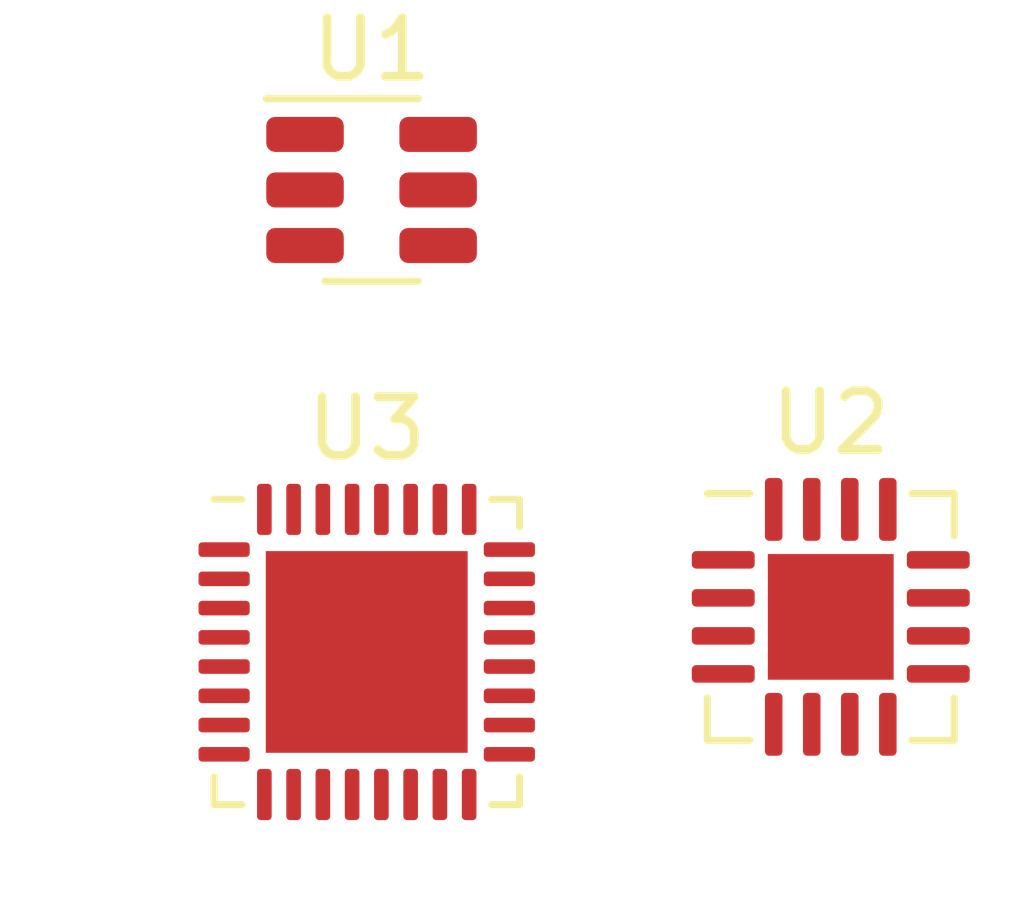
<source format=kicad_pcb>
(kicad_pcb (version 20221018) (generator pcbnew)
  (layers (0 "F.Cu" signal) (1 "In1.Cu" power) (2 "In2.Cu" signal) (31 "B.Cu" signal) (34 "B.Paste" user) (35 "F.Paste" user) (36 "B.SilkS" user "B.Silkscreen") (37 "F.SilkS" user "F.Silkscreen") (38 "B.Mask" user) (39 "F.Mask" user) (44 "Edge.Cuts" user))
  (net 0 "")
  (net 12 "Net-(U2-IN-Pad1)")
  (net 20 "Net-(U2-GND-Pad10)")
  (net 27 "+2V8")
  (net 28 "/SDA_2")
  (net 29 "/~{RST}")
  (net 30 "/COMP_3")
  (net 31 "/COMP_1")
  (net 32 "/V_BAT")
  (net 33 "/COMP_2")
  (net 34 "/PWM_R")
  (net 35 "/V_USB")
  (net 36 "/COMP_4")
  (net 37 "GND")
  (net 38 "+2.8VA")
  (net 39 "/SCL_3")
  (net 40 "/SCL_2")
  (net 41 "/D+")
  (net 42 "/D-")
  (net 43 "/SWDIO")
  (net 44 "/SWCLK")
  (net 45 "/SCL_1")
  (net 46 "/PWM_L")
  (net 47 "/CC2")
  (net 48 "/SDA_3")
  (net 49 "/CC1")
  (net 50 "/SDA_1")
  (footprint "Package_TO_SOT_SMD:SOT-23-6" (layer "F.Cu") (at 114.0825 76.36)
    (fp_text reference "U1" (at 0 -2.4) (layer "F.SilkS"))
    (fp_text value "AP9101CK6")
    (fp_line (start 0 -1.56) (end -1.8 -1.56) (stroke (width 0.12)) (layer "F.SilkS"))
    (fp_line (start 0 -1.56) (end 0.8 -1.56) (stroke (width 0.12)) (layer "F.SilkS"))
    (fp_line (start 0 1.56) (end -0.8 1.56) (stroke (width 0.12)) (layer "F.SilkS"))
    (fp_line (start 0 1.56) (end 0.8 1.56) (stroke (width 0.12)) (layer "F.SilkS"))
    (pad "1" smd roundrect (at -1.1375 -0.95) (size 1.325 0.6) (layers "F.Cu" "F.Paste" "F.Mask"))
    (pad "2" smd roundrect (at -1.1375 0) (size 1.325 0.6) (layers "F.Cu" "F.Paste" "F.Mask"))
    (pad "3" smd roundrect (at -1.1375 0.95) (size 1.325 0.6) (layers "F.Cu" "F.Paste" "F.Mask"))
    (pad "4" smd roundrect (at 1.1375 0.95) (size 1.325 0.6) (layers "F.Cu" "F.Paste" "F.Mask"))
    (pad "5" smd roundrect (at 1.1375 0) (size 1.325 0.6) (layers "F.Cu" "F.Paste" "F.Mask"))
    (pad "6" smd roundrect (at 1.1375 -0.95) (size 1.325 0.6) (layers "F.Cu" "F.Paste" "F.Mask"))
  )
  (footprint "Package_DFN_QFN:QFN-16-1EP_4x4mm_P0.65mm_EP2.15x2.15mm" (layer "F.Cu") (at 121.93 83.66)
    (fp_text reference "U2" (at 0 -3.32) (layer "F.SilkS"))
    (fp_text value "LTC4055")
    (fp_line (start -2.11 2.11) (end -2.11 1.385) (stroke (width 0.12)) (layer "F.SilkS"))
    (fp_line (start -1.385 -2.11) (end -2.11 -2.11) (stroke (width 0.12)) (layer "F.SilkS"))
    (fp_line (start -1.385 2.11) (end -2.11 2.11) (stroke (width 0.12)) (layer "F.SilkS"))
    (fp_line (start 1.385 -2.11) (end 2.11 -2.11) (stroke (width 0.12)) (layer "F.SilkS"))
    (fp_line (start 1.385 2.11) (end 2.11 2.11) (stroke (width 0.12)) (layer "F.SilkS"))
    (fp_line (start 2.11 -2.11) (end 2.11 -1.385) (stroke (width 0.12)) (layer "F.SilkS"))
    (fp_line (start 2.11 2.11) (end 2.11 1.385) (stroke (width 0.12)) (layer "F.SilkS"))
    (pad "1" smd roundrect (at -1.8375 -0.975) (size 1.075 0.3) (layers "F.Cu" "F.Paste" "F.Mask") (net 12 "Net-(U2-IN-Pad1)"))
    (pad "2" smd roundrect (at -1.8375 -0.325) (size 1.075 0.3) (layers "F.Cu" "F.Paste" "F.Mask"))
    (pad "3" smd roundrect (at -1.8375 0.325) (size 1.075 0.3) (layers "F.Cu" "F.Paste" "F.Mask"))
    (pad "4" smd roundrect (at -1.8375 0.975) (size 1.075 0.3) (layers "F.Cu" "F.Paste" "F.Mask") (net 12 "Net-(U2-IN-Pad1)"))
    (pad "5" smd roundrect (at -0.975 1.8375) (size 0.3 1.075) (layers "F.Cu" "F.Paste" "F.Mask"))
    (pad "6" smd roundrect (at -0.325 1.8375) (size 0.3 1.075) (layers "F.Cu" "F.Paste" "F.Mask"))
    (pad "7" smd roundrect (at 0.325 1.8375) (size 0.3 1.075) (layers "F.Cu" "F.Paste" "F.Mask"))
    (pad "8" smd roundrect (at 0.975 1.8375) (size 0.3 1.075) (layers "F.Cu" "F.Paste" "F.Mask"))
    (pad "9" smd roundrect (at 1.8375 0.975) (size 1.075 0.3) (layers "F.Cu" "F.Paste" "F.Mask"))
    (pad "10" smd roundrect (at 1.8375 0.325) (size 1.075 0.3) (layers "F.Cu" "F.Paste" "F.Mask") (net 20 "Net-(U2-GND-Pad10)"))
    (pad "11" smd roundrect (at 1.8375 -0.325) (size 1.075 0.3) (layers "F.Cu" "F.Paste" "F.Mask"))
    (pad "12" smd roundrect (at 1.8375 -0.975) (size 1.075 0.3) (layers "F.Cu" "F.Paste" "F.Mask"))
    (pad "13" smd roundrect (at 0.975 -1.8375) (size 0.3 1.075) (layers "F.Cu" "F.Paste" "F.Mask"))
    (pad "14" smd roundrect (at 0.325 -1.8375) (size 0.3 1.075) (layers "F.Cu" "F.Paste" "F.Mask"))
    (pad "15" smd roundrect (at -0.325 -1.8375) (size 0.3 1.075) (layers "F.Cu" "F.Paste" "F.Mask"))
    (pad "16" smd roundrect (at -0.975 -1.8375) (size 0.3 1.075) (layers "F.Cu" "F.Paste" "F.Mask"))
    (pad "17" smd rect (at 0 0) (size 2.15 2.15) (layers "F.Cu" "F.Mask") (net 20 "Net-(U2-GND-Pad10)"))
  )
  (footprint "Package_DFN_QFN:QFN-32-1EP_5x5mm_P0.5mm_EP3.45x3.45mm" (layer "F.Cu") (at 114 84.26)
    (fp_text reference "U3" (at 0 -3.82) (layer "F.SilkS"))
    (fp_text value "STM32G4A1KEUx")
    (fp_line (start -2.61 2.61) (end -2.61 2.135) (stroke (width 0.12)) (layer "F.SilkS"))
    (fp_line (start -2.135 -2.61) (end -2.61 -2.61) (stroke (width 0.12)) (layer "F.SilkS"))
    (fp_line (start -2.135 2.61) (end -2.61 2.61) (stroke (width 0.12)) (layer "F.SilkS"))
    (fp_line (start 2.135 -2.61) (end 2.61 -2.61) (stroke (width 0.12)) (layer "F.SilkS"))
    (fp_line (start 2.135 2.61) (end 2.61 2.61) (stroke (width 0.12)) (layer "F.SilkS"))
    (fp_line (start 2.61 -2.61) (end 2.61 -2.135) (stroke (width 0.12)) (layer "F.SilkS"))
    (fp_line (start 2.61 2.61) (end 2.61 2.135) (stroke (width 0.12)) (layer "F.SilkS"))
    (pad "1" smd roundrect (at -2.4375 -1.75) (size 0.875 0.25) (layers "F.Cu" "F.Paste" "F.Mask") (net 27 "+2V8"))
    (pad "2" smd roundrect (at -2.4375 -1.25) (size 0.875 0.25) (layers "F.Cu" "F.Paste" "F.Mask") (net 28 "/SDA_2"))
    (pad "3" smd roundrect (at -2.4375 -0.75) (size 0.875 0.25) (layers "F.Cu" "F.Paste" "F.Mask"))
    (pad "4" smd roundrect (at -2.4375 -0.25) (size 0.875 0.25) (layers "F.Cu" "F.Paste" "F.Mask") (net 29 "/~{RST}"))
    (pad "5" smd roundrect (at -2.4375 0.25) (size 0.875 0.25) (layers "F.Cu" "F.Paste" "F.Mask") (net 30 "/COMP_3"))
    (pad "6" smd roundrect (at -2.4375 0.75) (size 0.875 0.25) (layers "F.Cu" "F.Paste" "F.Mask") (net 31 "/COMP_1"))
    (pad "7" smd roundrect (at -2.4375 1.25) (size 0.875 0.25) (layers "F.Cu" "F.Paste" "F.Mask") (net 32 "/V_BAT"))
    (pad "8" smd roundrect (at -2.4375 1.75) (size 0.875 0.25) (layers "F.Cu" "F.Paste" "F.Mask") (net 33 "/COMP_2"))
    (pad "9" smd roundrect (at -1.75 2.4375) (size 0.25 0.875) (layers "F.Cu" "F.Paste" "F.Mask"))
    (pad "10" smd roundrect (at -1.25 2.4375) (size 0.25 0.875) (layers "F.Cu" "F.Paste" "F.Mask") (net 34 "/PWM_R"))
    (pad "11" smd roundrect (at -0.75 2.4375) (size 0.25 0.875) (layers "F.Cu" "F.Paste" "F.Mask") (net 35 "/V_USB"))
    (pad "12" smd roundrect (at -0.25 2.4375) (size 0.25 0.875) (layers "F.Cu" "F.Paste" "F.Mask"))
    (pad "13" smd roundrect (at 0.25 2.4375) (size 0.25 0.875) (layers "F.Cu" "F.Paste" "F.Mask") (net 36 "/COMP_4"))
    (pad "14" smd roundrect (at 0.75 2.4375) (size 0.25 0.875) (layers "F.Cu" "F.Paste" "F.Mask") (net 37 "GND"))
    (pad "15" smd roundrect (at 1.25 2.4375) (size 0.25 0.875) (layers "F.Cu" "F.Paste" "F.Mask") (net 38 "+2.8VA"))
    (pad "16" smd roundrect (at 1.75 2.4375) (size 0.25 0.875) (layers "F.Cu" "F.Paste" "F.Mask") (net 37 "GND"))
    (pad "17" smd roundrect (at 2.4375 1.75) (size 0.875 0.25) (layers "F.Cu" "F.Paste" "F.Mask") (net 27 "+2V8"))
    (pad "18" smd roundrect (at 2.4375 1.25) (size 0.875 0.25) (layers "F.Cu" "F.Paste" "F.Mask") (net 39 "/SCL_3"))
    (pad "19" smd roundrect (at 2.4375 0.75) (size 0.875 0.25) (layers "F.Cu" "F.Paste" "F.Mask") (net 40 "/SCL_2"))
    (pad "20" smd roundrect (at 2.4375 0.25) (size 0.875 0.25) (layers "F.Cu" "F.Paste" "F.Mask"))
    (pad "21" smd roundrect (at 2.4375 -0.25) (size 0.875 0.25) (layers "F.Cu" "F.Paste" "F.Mask") (net 41 "/D+"))
    (pad "22" smd roundrect (at 2.4375 -0.75) (size 0.875 0.25) (layers "F.Cu" "F.Paste" "F.Mask") (net 42 "/D-"))
    (pad "23" smd roundrect (at 2.4375 -1.25) (size 0.875 0.25) (layers "F.Cu" "F.Paste" "F.Mask") (net 43 "/SWDIO"))
    (pad "24" smd roundrect (at 2.4375 -1.75) (size 0.875 0.25) (layers "F.Cu" "F.Paste" "F.Mask") (net 44 "/SWCLK"))
    (pad "25" smd roundrect (at 1.75 -2.4375) (size 0.25 0.875) (layers "F.Cu" "F.Paste" "F.Mask") (net 45 "/SCL_1"))
    (pad "26" smd roundrect (at 1.25 -2.4375) (size 0.25 0.875) (layers "F.Cu" "F.Paste" "F.Mask") (net 46 "/PWM_L"))
    (pad "27" smd roundrect (at 0.75 -2.4375) (size 0.25 0.875) (layers "F.Cu" "F.Paste" "F.Mask") (net 47 "/CC2"))
    (pad "28" smd roundrect (at 0.25 -2.4375) (size 0.25 0.875) (layers "F.Cu" "F.Paste" "F.Mask") (net 48 "/SDA_3"))
    (pad "29" smd roundrect (at -0.25 -2.4375) (size 0.25 0.875) (layers "F.Cu" "F.Paste" "F.Mask") (net 49 "/CC1"))
    (pad "30" smd roundrect (at -0.75 -2.4375) (size 0.25 0.875) (layers "F.Cu" "F.Paste" "F.Mask") (net 50 "/SDA_1"))
    (pad "31" smd roundrect (at -1.25 -2.4375) (size 0.25 0.875) (layers "F.Cu" "F.Paste" "F.Mask"))
    (pad "32" smd roundrect (at -1.75 -2.4375) (size 0.25 0.875) (layers "F.Cu" "F.Paste" "F.Mask") (net 37 "GND"))
    (pad "33" smd rect (at 0 0) (size 3.45 3.45) (layers "F.Cu" "F.Mask") (net 37 "GND"))
  )
)
</source>
